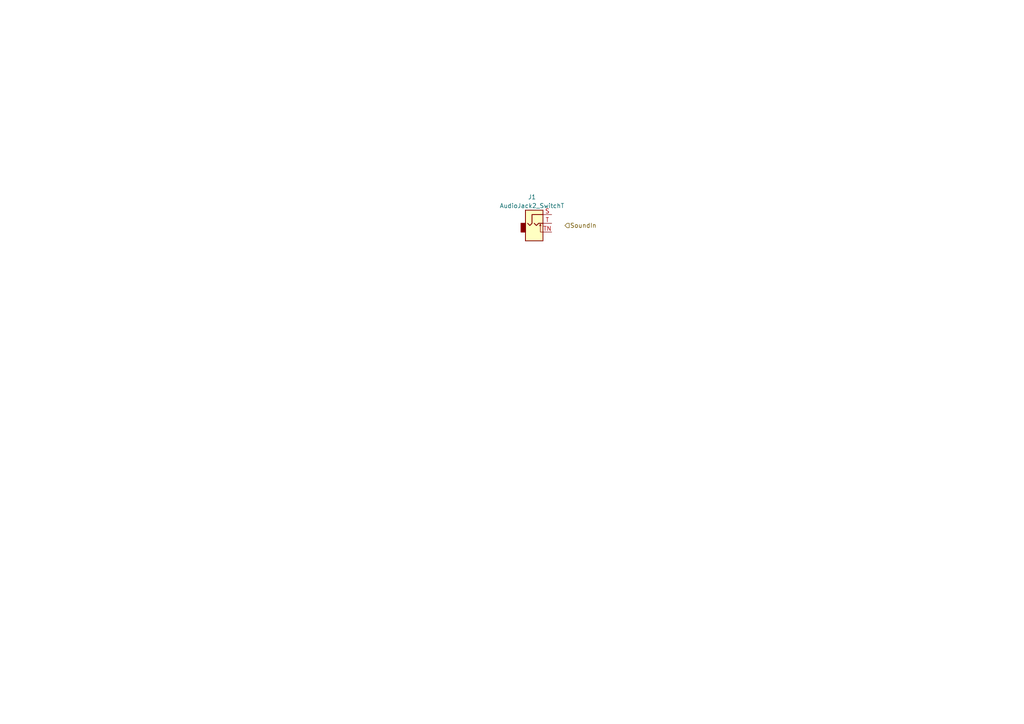
<source format=kicad_sch>
(kicad_sch (version 20230121) (generator eeschema)
  (paper "A4")
  (lib_symbols
    (symbol "Connector_Audio:AudioJack2_SwitchT"
      (property "Reference" "J" (at 0 8.89 0))
      (property "Value" "AudioJack2_SwitchT" (at 0 6.35 0))
      (symbol "AudioJack2_SwitchT_0_1"
        (rectangle (start -2.54 0) (end -3.81 -2.54) (stroke (width 0.254)) (fill (type outline)))
        (polyline (pts (xy 1.778 -0.254) (xy 2.032 -0.762)))
        (polyline (pts (xy 0 0) (xy 0.635 -0.635) (xy 1.27 0) (xy 2.54 0)) (stroke (width 0.254)))
        (polyline (pts (xy 2.54 -2.54) (xy 1.778 -2.54) (xy 1.778 -0.254) (xy 1.524 -0.762)))
        (polyline (pts (xy 2.54 2.54) (xy -0.635 2.54) (xy -0.635 0) (xy -1.27 -0.635) (xy -1.905 0)) (stroke (width 0.254)))
        (rectangle (start 2.54 3.81) (end -2.54 -5.08) (stroke (width 0.254)) (fill (type background)))
      )
      (symbol "AudioJack2_SwitchT_1_1"
        (pin passive line (at 5.08 2.54 180) (length 2.54) (name "~") (number "S"))
        (pin passive line (at 5.08 0 180) (length 2.54) (name "~") (number "T"))
        (pin passive line (at 5.08 -2.54 180) (length 2.54) (name "~") (number "TN"))
      )
    )
  )
  (hierarchical_label "SoundIn" (shape input) (at 163.83 65.405 0))
  (symbol (lib_id "Connector_Audio:AudioJack2_SwitchT") (at 154.94 64.77 0) (unit 1)
    (property "Reference" "J1" (at 154.305 57.15 0))
    (property "Value" "AudioJack2_SwitchT" (at 154.305 59.69 0))
    (property "Footprint" "Connector_Audio:Jack_3.5mm_PJ320E_Horizontal" (effects hide))
  )
)
</source>
